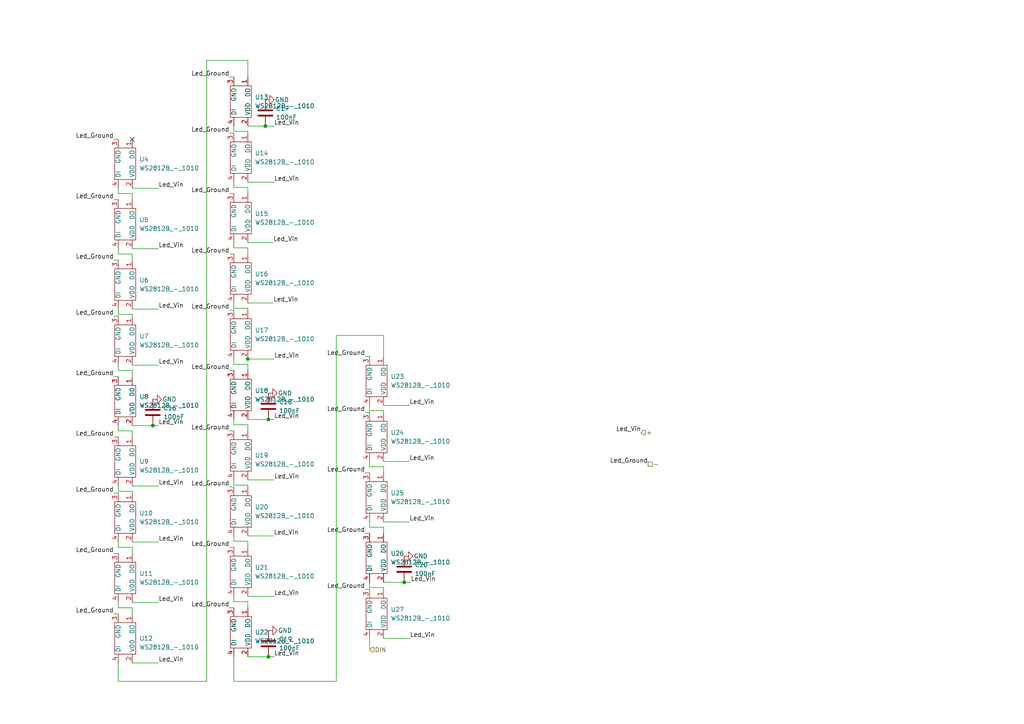
<source format=kicad_sch>
(kicad_sch (version 20211123) (generator eeschema)
  (paper "A4")
  (lib_symbols
    (symbol "Device:C" (pin_numbers hide) (pin_names (offset 0.254))
      (property "Reference" "C" (at 0.635 2.54 0))
      (property "Value" "C" (at 0.635 -2.54 0))
      (symbol "C_0_1"
        (polyline (pts (xy -2.032 -0.762) (xy 2.032 -0.762)) (stroke (width 0.508)))
        (polyline (pts (xy -2.032 0.762) (xy 2.032 0.762)) (stroke (width 0.508)))
      )
      (symbol "C_1_1"
        (pin passive line (at 0 3.81 270) (length 2.794) (name "~") (number "1"))
        (pin passive line (at 0 -3.81 90) (length 2.794) (name "~") (number "2"))
      )
    )
    (symbol "Library:WS2812B_-_1010"
      (property "Reference" "U" (at 0.127 10.668 0))
      (property "Value" "WS2812B_-_1010" (at 0.127 10.668 0))
      (symbol "WS2812B_-_1010_0_1"
        (rectangle (start -2.54 2.794) (end 6.604 -3.302))
      )
      (symbol "WS2812B_-_1010_1_1"
        (pin output line (at -5.08 1.778 0) (length 2.54) (name "DO") (number "1"))
        (pin input line (at 9.144 1.778 180) (length 2.54) (name "VDD") (number "2"))
        (pin input line (at -5.08 -2.286 0) (length 2.54) (name "GND") (number "3"))
        (pin input line (at 9.144 -2.286 180) (length 2.54) (name "DI") (number "4"))
      )
    )
    (symbol "power:GND" (power) (pin_names (offset 0))
      (property "Value" "GND" (at 0 -3.81 0))
      (symbol "GND_0_1"
        (polyline (pts (xy 0 0) (xy 0 -1.27) (xy 1.27 -1.27) (xy 0 -2.54) (xy -1.27 -1.27) (xy 0 -1.27)))
      )
      (symbol "GND_1_1"
        (pin power_in line (at 0 0 270) (length 0) hide (name "GND") (number "1"))
      )
    )
  )
  (junction (at 117.221 168.91))
  (junction (at 77.851 190.5))
  (junction (at 44.323 123.444))
  (junction (at 77.851 121.666))
  (junction (at 76.962 36.576))
  (junction (at 71.882 104.14))
  (no_connect (at 38.354 40.386))
  (wire (pts (xy 67.818 197.612) (xy 67.818 190.5)))
  (wire (pts (xy 33.02 143.002) (xy 34.29 143.002)))
  (wire (pts (xy 71.882 22.352) (xy 71.882 17.526)))
  (wire (pts (xy 97.536 97.282) (xy 97.536 197.612)))
  (wire (pts (xy 66.548 158.75) (xy 67.818 158.75)))
  (wire (pts (xy 77.851 190.5) (xy 71.882 190.5)))
  (wire (pts (xy 107.188 135.382) (xy 111.252 135.382)))
  (wire (pts (xy 34.29 124.968) (xy 38.354 124.968)))
  (wire (pts (xy 71.882 38.1) (xy 71.882 38.608)))
  (wire (pts (xy 105.918 170.942) (xy 107.188 170.942)))
  (wire (pts (xy 107.188 119.126) (xy 111.252 119.126)))
  (wire (pts (xy 34.29 140.97) (xy 34.29 142.494)))
  (wire (pts (xy 38.354 174.752) (xy 45.974 174.752)))
  (wire (pts (xy 38.354 105.918) (xy 45.974 105.918)))
  (wire (pts (xy 111.252 151.384) (xy 118.745 151.384)))
  (wire (pts (xy 67.818 174.498) (xy 71.882 174.498)))
  (wire (pts (xy 66.548 38.608) (xy 67.818 38.608)))
  (wire (pts (xy 77.851 121.666) (xy 79.502 121.666)))
  (wire (pts (xy 34.29 142.494) (xy 38.354 142.494)))
  (wire (pts (xy 34.29 157.226) (xy 34.29 158.75)))
  (wire (pts (xy 67.818 172.974) (xy 67.818 174.498)))
  (wire (pts (xy 71.882 140.716) (xy 71.882 141.224)))
  (wire (pts (xy 34.29 72.136) (xy 34.29 73.66)))
  (wire (pts (xy 71.882 155.448) (xy 79.375 155.448)))
  (wire (pts (xy 34.29 105.918) (xy 34.29 107.442)))
  (wire (pts (xy 38.354 157.226) (xy 45.974 157.226)))
  (wire (pts (xy 33.02 40.386) (xy 34.29 40.386)))
  (wire (pts (xy 34.29 73.66) (xy 38.354 73.66)))
  (wire (pts (xy 33.02 126.746) (xy 34.29 126.746)))
  (wire (pts (xy 111.252 185.166) (xy 118.872 185.166)))
  (wire (pts (xy 67.818 139.192) (xy 67.818 140.716)))
  (wire (pts (xy 67.818 105.664) (xy 71.882 105.664)))
  (wire (pts (xy 38.354 124.968) (xy 38.354 126.746)))
  (wire (pts (xy 105.918 103.378) (xy 107.188 103.378)))
  (wire (pts (xy 71.882 172.974) (xy 79.502 172.974)))
  (wire (pts (xy 66.548 141.224) (xy 67.818 141.224)))
  (wire (pts (xy 77.851 190.5) (xy 79.502 190.5)))
  (wire (pts (xy 107.188 185.166) (xy 107.188 188.468)))
  (wire (pts (xy 59.944 17.526) (xy 59.944 197.612)))
  (wire (pts (xy 105.918 137.16) (xy 107.188 137.16)))
  (wire (pts (xy 111.252 135.382) (xy 111.252 137.16)))
  (wire (pts (xy 33.02 109.22) (xy 34.29 109.22)))
  (wire (pts (xy 117.221 168.91) (xy 111.252 168.91)))
  (wire (pts (xy 38.354 89.662) (xy 45.974 89.662)))
  (wire (pts (xy 66.548 89.916) (xy 67.818 89.916)))
  (wire (pts (xy 38.354 192.278) (xy 45.974 192.278)))
  (wire (pts (xy 76.962 36.576) (xy 79.502 36.576)))
  (wire (pts (xy 66.548 176.276) (xy 67.818 176.276)))
  (wire (pts (xy 66.548 124.968) (xy 67.818 124.968)))
  (wire (pts (xy 34.29 197.612) (xy 34.29 192.278)))
  (wire (pts (xy 111.252 97.282) (xy 97.536 97.282)))
  (wire (pts (xy 66.548 107.442) (xy 67.818 107.442)))
  (wire (pts (xy 111.252 170.434) (xy 111.252 170.942)))
  (wire (pts (xy 34.29 54.61) (xy 34.29 56.134)))
  (wire (pts (xy 105.918 154.686) (xy 107.188 154.686)))
  (wire (pts (xy 66.548 73.66) (xy 67.818 73.66)))
  (wire (pts (xy 107.188 152.908) (xy 111.252 152.908)))
  (wire (pts (xy 38.354 107.442) (xy 38.354 109.22)))
  (wire (pts (xy 34.29 89.662) (xy 34.29 91.186)))
  (wire (pts (xy 67.818 89.408) (xy 71.882 89.408)))
  (wire (pts (xy 71.882 87.884) (xy 79.248 87.884)))
  (wire (pts (xy 111.252 152.908) (xy 111.252 154.686)))
  (wire (pts (xy 44.323 123.444) (xy 38.354 123.444)))
  (wire (pts (xy 67.818 36.576) (xy 67.818 38.1)))
  (wire (pts (xy 111.252 117.602) (xy 118.745 117.602)))
  (wire (pts (xy 38.354 72.136) (xy 45.974 72.136)))
  (wire (pts (xy 38.354 140.97) (xy 45.974 140.97)))
  (wire (pts (xy 67.818 155.448) (xy 67.818 156.972)))
  (wire (pts (xy 111.252 103.378) (xy 111.252 97.282)))
  (wire (pts (xy 38.354 176.276) (xy 38.354 178.054)))
  (wire (pts (xy 71.755 104.14) (xy 71.882 104.14)))
  (wire (pts (xy 38.354 158.75) (xy 38.354 160.528)))
  (wire (pts (xy 107.188 133.858) (xy 107.188 135.382)))
  (wire (pts (xy 38.354 56.134) (xy 38.354 57.912)))
  (wire (pts (xy 71.882 104.14) (xy 79.502 104.14)))
  (wire (pts (xy 111.252 119.126) (xy 111.252 119.634)))
  (wire (pts (xy 71.882 123.19) (xy 71.882 124.968)))
  (wire (pts (xy 77.851 121.666) (xy 71.882 121.666)))
  (wire (pts (xy 34.29 56.134) (xy 38.354 56.134)))
  (wire (pts (xy 34.29 107.442) (xy 38.354 107.442)))
  (wire (pts (xy 33.02 57.912) (xy 34.29 57.912)))
  (wire (pts (xy 38.354 54.61) (xy 45.974 54.61)))
  (wire (pts (xy 44.323 123.444) (xy 45.974 123.444)))
  (wire (pts (xy 67.818 38.1) (xy 71.882 38.1)))
  (wire (pts (xy 34.29 158.75) (xy 38.354 158.75)))
  (wire (pts (xy 71.882 139.192) (xy 79.502 139.192)))
  (wire (pts (xy 71.882 89.408) (xy 71.882 89.916)))
  (wire (pts (xy 97.536 197.612) (xy 67.818 197.612)))
  (wire (pts (xy 66.548 56.134) (xy 67.818 56.134)))
  (wire (pts (xy 33.02 75.438) (xy 34.29 75.438)))
  (wire (pts (xy 71.882 71.882) (xy 71.882 73.66)))
  (wire (pts (xy 67.818 54.356) (xy 71.882 54.356)))
  (wire (pts (xy 117.221 168.91) (xy 119.126 168.91)))
  (wire (pts (xy 59.944 197.612) (xy 34.29 197.612)))
  (wire (pts (xy 71.882 70.358) (xy 79.248 70.358)))
  (wire (pts (xy 107.188 168.91) (xy 107.188 170.434)))
  (wire (pts (xy 67.818 140.716) (xy 71.882 140.716)))
  (wire (pts (xy 105.918 119.634) (xy 107.188 119.634)))
  (wire (pts (xy 34.29 174.752) (xy 34.29 176.276)))
  (wire (pts (xy 67.818 52.832) (xy 67.818 54.356)))
  (wire (pts (xy 67.818 156.972) (xy 71.882 156.972)))
  (wire (pts (xy 67.818 104.14) (xy 67.818 105.664)))
  (wire (pts (xy 38.354 73.66) (xy 38.354 75.438)))
  (wire (pts (xy 66.548 22.352) (xy 67.818 22.352)))
  (wire (pts (xy 71.882 174.498) (xy 71.882 176.276)))
  (wire (pts (xy 107.188 151.384) (xy 107.188 152.908)))
  (wire (pts (xy 67.818 71.882) (xy 71.882 71.882)))
  (wire (pts (xy 34.29 91.186) (xy 38.354 91.186)))
  (wire (pts (xy 71.882 36.576) (xy 76.962 36.576)))
  (wire (pts (xy 67.818 121.666) (xy 67.818 123.19)))
  (wire (pts (xy 33.02 178.054) (xy 34.29 178.054)))
  (wire (pts (xy 67.818 87.884) (xy 67.818 89.408)))
  (wire (pts (xy 71.882 54.356) (xy 71.882 56.134)))
  (wire (pts (xy 34.29 123.444) (xy 34.29 124.968)))
  (wire (pts (xy 107.188 170.434) (xy 111.252 170.434)))
  (wire (pts (xy 111.252 133.858) (xy 118.745 133.858)))
  (wire (pts (xy 71.882 17.526) (xy 59.944 17.526)))
  (wire (pts (xy 38.354 91.186) (xy 38.354 91.694)))
  (wire (pts (xy 107.188 117.602) (xy 107.188 119.126)))
  (wire (pts (xy 34.29 176.276) (xy 38.354 176.276)))
  (wire (pts (xy 38.354 142.494) (xy 38.354 143.002)))
  (wire (pts (xy 67.818 123.19) (xy 71.882 123.19)))
  (wire (pts (xy 71.882 52.832) (xy 79.502 52.832)))
  (wire (pts (xy 67.818 70.358) (xy 67.818 71.882)))
  (wire (pts (xy 33.02 91.694) (xy 34.29 91.694)))
  (wire (pts (xy 71.882 105.664) (xy 71.882 107.442)))
  (wire (pts (xy 71.882 156.972) (xy 71.882 158.75)))
  (wire (pts (xy 33.02 160.528) (xy 34.29 160.528)))
  (label "Led_Vin" (at 118.745 151.384 0))
  (label "Led_Vin" (at 45.974 54.61 0))
  (label "Led_Vin" (at 79.502 36.576 0))
  (label "Led_Ground" (at 66.548 56.134 180))
  (label "Led_Vin" (at 45.974 157.226 0))
  (label "Led_Vin" (at 45.974 72.136 0))
  (label "Led_Vin" (at 79.248 70.358 0))
  (label "Led_Vin" (at 45.974 89.662 0))
  (label "Led_Vin" (at 45.974 123.444 0))
  (label "Led_Vin" (at 118.745 117.602 0))
  (label "Led_Ground" (at 105.918 137.16 180))
  (label "Led_Ground" (at 33.02 75.438 180))
  (label "Led_Ground" (at 105.918 119.634 180))
  (label "Led_Vin" (at 79.248 87.884 0))
  (label "Led_Ground" (at 66.548 89.916 180))
  (label "Led_Ground" (at 33.02 40.386 180))
  (label "Led_Vin" (at 79.502 139.192 0))
  (label "Led_Ground" (at 66.548 124.968 180))
  (label "Led_Ground" (at 66.548 73.66 180))
  (label "Led_Vin" (at 185.928 125.476 180))
  (label "Led_Ground" (at 187.96 134.62 180))
  (label "Led_Ground" (at 105.918 154.686 180))
  (label "Led_Ground" (at 33.02 57.912 180))
  (label "Led_Vin" (at 79.502 52.832 0))
  (label "Led_Vin" (at 79.502 104.14 0))
  (label "Led_Ground" (at 66.548 107.442 180))
  (label "Led_Ground" (at 66.548 158.75 180))
  (label "Led_Ground" (at 66.548 141.224 180))
  (label "Led_Ground" (at 33.02 91.694 180))
  (label "Led_Ground" (at 66.548 38.608 180))
  (label "Led_Vin" (at 45.974 192.278 0))
  (label "Led_Vin" (at 79.502 121.666 0))
  (label "Led_Ground" (at 66.548 22.352 180))
  (label "Led_Vin" (at 45.974 105.918 0))
  (label "Led_Ground" (at 105.918 103.378 180))
  (label "Led_Ground" (at 33.02 160.528 180))
  (label "Led_Ground" (at 66.548 176.276 180))
  (label "Led_Ground" (at 33.02 143.002 180))
  (label "Led_Vin" (at 118.872 185.166 0))
  (label "Led_Vin" (at 79.375 155.448 0))
  (label "Led_Vin" (at 45.974 174.752 0))
  (label "Led_Vin" (at 118.745 133.858 0))
  (label "Led_Ground" (at 105.918 170.942 180))
  (label "Led_Vin" (at 79.502 190.5 0))
  (label "Led_Ground" (at 33.02 178.054 180))
  (label "Led_Vin" (at 79.502 172.974 0))
  (label "Led_Ground" (at 33.02 126.746 180))
  (label "Led_Vin" (at 45.974 140.97 0))
  (label "Led_Ground" (at 33.02 109.22 180))
  (label "Led_Vin" (at 119.126 168.91 0))
  (hierarchical_label "-" (shape passive) (at 187.96 134.62 0))
  (hierarchical_label "+" (shape input) (at 185.928 125.476 0))
  (hierarchical_label "DIN" (shape input) (at 107.188 188.468 0))
  (symbol (lib_id "power:GND") (at 44.323 115.824 90) (unit 1)
    (property "Reference" "#PWR039" (effects hide))
    (property "Value" "GND" (at 51.181 115.824 90) (effects (justify left)))
  )
  (symbol (lib_id "Library:WS2812B_-_1010") (at 109.474 108.458 270) (unit 1)
    (property "Reference" "U23" (at 113.284 109.2199 90) (effects (justify left)))
    (property "Value" "WS2812B_-_1010" (at 113.284 111.7599 90) (effects (justify left)))
    (property "Footprint" "Library:Led-ARGB" (effects hide))
  )
  (symbol (lib_id "Library:WS2812B_-_1010") (at 70.104 146.304 270) (unit 1)
    (property "Reference" "U20" (at 73.914 147.0659 90) (effects (justify left)))
    (property "Value" "WS2812B_-_1010" (at 73.914 149.6059 90) (effects (justify left)))
    (property "Footprint" "Library:Led-ARGB" (effects hide))
  )
  (symbol (lib_id "Library:WS2812B_-_1010") (at 109.474 176.022 270) (unit 1)
    (property "Reference" "U27" (at 113.284 176.7839 90) (effects (justify left)))
    (property "Value" "WS2812B_-_1010" (at 113.284 179.3239 90) (effects (justify left)))
    (property "Footprint" "Library:Led-ARGB" (effects hide))
  )
  (symbol (lib_id "Library:WS2812B_-_1010") (at 70.104 130.048 270) (unit 1)
    (property "Reference" "U19" (at 73.914 132.0799 90) (effects (justify left)))
    (property "Value" "WS2812B_-_1010" (at 73.914 134.6199 90) (effects (justify left)))
    (property "Footprint" "Library:Led-ARGB" (effects hide))
  )
  (symbol (lib_id "Library:WS2812B_-_1010") (at 70.104 181.356 270) (unit 1)
    (property "Reference" "U22" (at 73.914 183.3879 90) (effects (justify left)))
    (property "Value" "WS2812B_-_1010" (at 73.914 185.9279 90) (effects (justify left)))
    (property "Footprint" "Library:Led-ARGB" (effects hide))
  )
  (symbol (lib_id "Library:WS2812B_-_1010") (at 36.576 165.608 270) (unit 1)
    (property "Reference" "U11" (at 40.386 166.3699 90) (effects (justify left)))
    (property "Value" "WS2812B_-_1010" (at 40.386 168.9099 90) (effects (justify left)))
    (property "Footprint" "Library:Led-ARGB" (effects hide))
  )
  (symbol (lib_id "Device:C") (at 76.962 32.766 0) (unit 1)
    (property "Reference" "C17" (at 80.01 31.4959 0) (effects (justify left)))
    (property "Value" "100nF" (at 80.01 34.0359 0) (effects (justify left)))
    (property "Footprint" "Capacitor_SMD:C_0402_1005Metric" (effects hide))
  )
  (symbol (lib_id "power:GND") (at 76.962 28.956 90) (unit 1)
    (property "Reference" "#PWR040" (effects hide))
    (property "Value" "GND" (at 83.82 28.956 90) (effects (justify left)))
  )
  (symbol (lib_id "Library:WS2812B_-_1010") (at 70.104 112.522 270) (unit 1)
    (property "Reference" "U18" (at 73.914 113.2839 90) (effects (justify left)))
    (property "Value" "WS2812B_-_1010" (at 73.914 115.8239 90) (effects (justify left)))
    (property "Footprint" "Library:Led-ARGB" (effects hide))
  )
  (symbol (lib_id "Library:WS2812B_-_1010") (at 70.104 94.996 270) (unit 1)
    (property "Reference" "U17" (at 73.914 95.7579 90) (effects (justify left)))
    (property "Value" "WS2812B_-_1010" (at 73.914 98.2979 90) (effects (justify left)))
    (property "Footprint" "Library:Led-ARGB" (effects hide))
  )
  (symbol (lib_id "Library:WS2812B_-_1010") (at 36.576 183.134 270) (unit 1)
    (property "Reference" "U12" (at 40.386 185.1659 90) (effects (justify left)))
    (property "Value" "WS2812B_-_1010" (at 40.386 187.7059 90) (effects (justify left)))
    (property "Footprint" "Library:Led-ARGB" (effects hide))
  )
  (symbol (lib_id "Device:C") (at 117.221 165.1 0) (unit 1)
    (property "Reference" "C20" (at 120.269 163.8299 0) (effects (justify left)))
    (property "Value" "100nF" (at 120.269 166.3699 0) (effects (justify left)))
    (property "Footprint" "Capacitor_SMD:C_0402_1005Metric" (effects hide))
  )
  (symbol (lib_id "Library:WS2812B_-_1010") (at 70.104 78.74 270) (unit 1)
    (property "Reference" "U16" (at 73.914 79.5019 90) (effects (justify left)))
    (property "Value" "WS2812B_-_1010" (at 73.914 82.0419 90) (effects (justify left)))
    (property "Footprint" "Library:Led-ARGB" (effects hide))
  )
  (symbol (lib_id "power:GND") (at 117.221 161.29 90) (unit 1)
    (property "Reference" "#PWR043" (effects hide))
    (property "Value" "GND" (at 124.079 161.29 90) (effects (justify left)))
  )
  (symbol (lib_id "Library:WS2812B_-_1010") (at 36.576 114.3 270) (unit 1)
    (property "Reference" "U8" (at 40.386 115.0619 90) (effects (justify left)))
    (property "Value" "WS2812B_-_1010" (at 40.386 117.6019 90) (effects (justify left)))
    (property "Footprint" "Library:Led-ARGB" (effects hide))
  )
  (symbol (lib_id "Device:C") (at 44.323 119.634 0) (unit 1)
    (property "Reference" "C16" (at 47.371 118.3639 0) (effects (justify left)))
    (property "Value" "100nF" (at 47.371 120.9039 0) (effects (justify left)))
    (property "Footprint" "Capacitor_SMD:C_0402_1005Metric" (effects hide))
  )
  (symbol (lib_id "power:GND") (at 77.851 114.046 90) (unit 1)
    (property "Reference" "#PWR041" (effects hide))
    (property "Value" "GND" (at 84.709 114.046 90) (effects (justify left)))
  )
  (symbol (lib_id "Device:C") (at 77.851 186.69 0) (unit 1)
    (property "Reference" "C19" (at 80.899 185.4199 0) (effects (justify left)))
    (property "Value" "100nF" (at 80.899 187.9599 0) (effects (justify left)))
    (property "Footprint" "Capacitor_SMD:C_0402_1005Metric" (effects hide))
  )
  (symbol (lib_id "Library:WS2812B_-_1010") (at 36.576 80.518 270) (unit 1)
    (property "Reference" "U6" (at 40.386 81.2799 90) (effects (justify left)))
    (property "Value" "WS2812B_-_1010" (at 40.386 83.8199 90) (effects (justify left)))
    (property "Footprint" "Library:Led-ARGB" (effects hide))
  )
  (symbol (lib_id "Library:WS2812B_-_1010") (at 36.576 148.082 270) (unit 1)
    (property "Reference" "U10" (at 40.386 148.8439 90) (effects (justify left)))
    (property "Value" "WS2812B_-_1010" (at 40.386 151.3839 90) (effects (justify left)))
    (property "Footprint" "Library:Led-ARGB" (effects hide))
  )
  (symbol (lib_id "Library:WS2812B_-_1010") (at 70.104 163.83 270) (unit 1)
    (property "Reference" "U21" (at 73.914 164.5919 90) (effects (justify left)))
    (property "Value" "WS2812B_-_1010" (at 73.914 167.1319 90) (effects (justify left)))
    (property "Footprint" "Library:Led-ARGB" (effects hide))
  )
  (symbol (lib_id "Library:WS2812B_-_1010") (at 70.104 43.688 270) (unit 1)
    (property "Reference" "U14" (at 73.914 44.4499 90) (effects (justify left)))
    (property "Value" "WS2812B_-_1010" (at 73.914 46.9899 90) (effects (justify left)))
    (property "Footprint" "Library:Led-ARGB" (effects hide))
  )
  (symbol (lib_id "Library:WS2812B_-_1010") (at 109.474 142.24 270) (unit 1)
    (property "Reference" "U25" (at 113.284 143.0019 90) (effects (justify left)))
    (property "Value" "WS2812B_-_1010" (at 113.284 145.5419 90) (effects (justify left)))
    (property "Footprint" "Library:Led-ARGB" (effects hide))
  )
  (symbol (lib_id "Library:WS2812B_-_1010") (at 70.104 27.432 270) (unit 1)
    (property "Reference" "U13" (at 73.914 28.1939 90) (effects (justify left)))
    (property "Value" "WS2812B_-_1010" (at 73.914 30.7339 90) (effects (justify left)))
    (property "Footprint" "Library:Led-ARGB" (effects hide))
  )
  (symbol (lib_id "Device:C") (at 77.851 117.856 0) (unit 1)
    (property "Reference" "C18" (at 80.899 116.5859 0) (effects (justify left)))
    (property "Value" "100nF" (at 80.899 119.1259 0) (effects (justify left)))
    (property "Footprint" "Capacitor_SMD:C_0402_1005Metric" (effects hide))
  )
  (symbol (lib_id "Library:WS2812B_-_1010") (at 36.576 131.826 270) (unit 1)
    (property "Reference" "U9" (at 40.386 133.8579 90) (effects (justify left)))
    (property "Value" "WS2812B_-_1010" (at 40.386 136.3979 90) (effects (justify left)))
    (property "Footprint" "Library:Led-ARGB" (effects hide))
  )
  (symbol (lib_id "Library:WS2812B_-_1010") (at 36.576 96.774 270) (unit 1)
    (property "Reference" "U7" (at 40.386 97.5359 90) (effects (justify left)))
    (property "Value" "WS2812B_-_1010" (at 40.386 100.0759 90) (effects (justify left)))
    (property "Footprint" "Library:Led-ARGB" (effects hide))
  )
  (symbol (lib_id "power:GND") (at 77.851 182.88 90) (unit 1)
    (property "Reference" "#PWR042" (effects hide))
    (property "Value" "GND" (at 84.709 182.88 90) (effects (justify left)))
  )
  (symbol (lib_id "Library:WS2812B_-_1010") (at 36.576 45.466 270) (unit 1)
    (property "Reference" "U4" (at 40.386 46.2279 90) (effects (justify left)))
    (property "Value" "WS2812B_-_1010" (at 40.386 48.7679 90) (effects (justify left)))
    (property "Footprint" "Library:Led-ARGB" (effects hide))
  )
  (symbol (lib_id "Library:WS2812B_-_1010") (at 36.576 62.992 270) (unit 1)
    (property "Reference" "U5" (at 40.386 63.7539 90) (effects (justify left)))
    (property "Value" "WS2812B_-_1010" (at 40.386 66.2939 90) (effects (justify left)))
    (property "Footprint" "Library:Led-ARGB" (effects hide))
  )
  (symbol (lib_id "Library:WS2812B_-_1010") (at 70.104 61.214 270) (unit 1)
    (property "Reference" "U15" (at 73.914 61.9759 90) (effects (justify left)))
    (property "Value" "WS2812B_-_1010" (at 73.914 64.5159 90) (effects (justify left)))
    (property "Footprint" "Library:Led-ARGB" (effects hide))
  )
  (symbol (lib_id "Library:WS2812B_-_1010") (at 109.474 159.766 270) (unit 1)
    (property "Reference" "U26" (at 113.284 160.5279 90) (effects (justify left)))
    (property "Value" "WS2812B_-_1010" (at 113.284 163.0679 90) (effects (justify left)))
    (property "Footprint" "Library:Led-ARGB" (effects hide))
  )
  (symbol (lib_id "Library:WS2812B_-_1010") (at 109.474 124.714 270) (unit 1)
    (property "Reference" "U24" (at 113.284 125.4759 90) (effects (justify left)))
    (property "Value" "WS2812B_-_1010" (at 113.284 128.0159 90) (effects (justify left)))
    (property "Footprint" "Library:Led-ARGB" (effects hide))
  )
)
</source>
